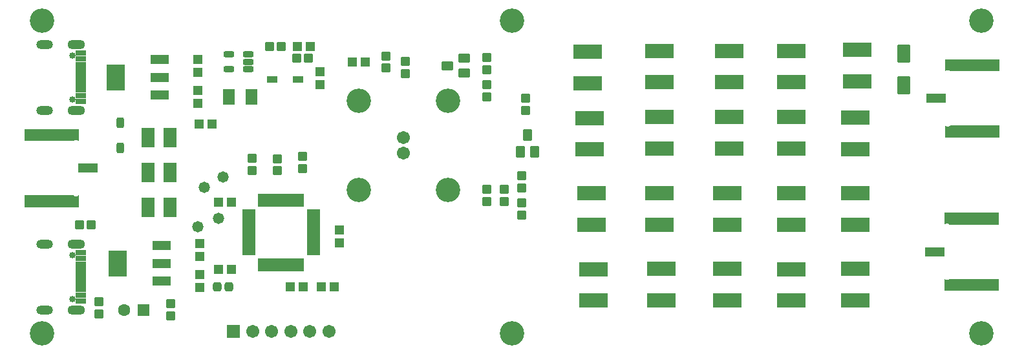
<source format=gbr>
%TF.GenerationSoftware,Altium Limited,Altium Designer,23.4.1 (23)*%
G04 Layer_Color=8388736*
%FSLAX45Y45*%
%MOMM*%
%TF.SameCoordinates,576A2805-CD40-4E5C-B7A3-750DB6231075*%
%TF.FilePolarity,Negative*%
%TF.FileFunction,Soldermask,Top*%
%TF.Part,Single*%
G01*
G75*
%TA.AperFunction,SMDPad,CuDef*%
%ADD55R,1.20320X1.30320*%
%ADD56R,3.71320X1.91320*%
%ADD57R,1.30320X1.20320*%
%ADD58R,1.20320X1.20320*%
%TA.AperFunction,ConnectorPad*%
%ADD59R,2.50320X1.20320*%
%TA.AperFunction,SMDPad,CuDef*%
G04:AMPARAMS|DCode=60|XSize=1.1432mm|YSize=1.2232mm|CornerRadius=0.1956mm|HoleSize=0mm|Usage=FLASHONLY|Rotation=270.000|XOffset=0mm|YOffset=0mm|HoleType=Round|Shape=RoundedRectangle|*
%AMROUNDEDRECTD60*
21,1,1.14320,0.83200,0,0,270.0*
21,1,0.75200,1.22320,0,0,270.0*
1,1,0.39120,-0.41600,-0.37600*
1,1,0.39120,-0.41600,0.37600*
1,1,0.39120,0.41600,0.37600*
1,1,0.39120,0.41600,-0.37600*
%
%ADD60ROUNDEDRECTD60*%
G04:AMPARAMS|DCode=61|XSize=1.1432mm|YSize=1.2232mm|CornerRadius=0.1956mm|HoleSize=0mm|Usage=FLASHONLY|Rotation=180.000|XOffset=0mm|YOffset=0mm|HoleType=Round|Shape=RoundedRectangle|*
%AMROUNDEDRECTD61*
21,1,1.14320,0.83200,0,0,180.0*
21,1,0.75200,1.22320,0,0,180.0*
1,1,0.39120,-0.37600,0.41600*
1,1,0.39120,0.37600,0.41600*
1,1,0.39120,0.37600,-0.41600*
1,1,0.39120,-0.37600,-0.41600*
%
%ADD61ROUNDEDRECTD61*%
G04:AMPARAMS|DCode=62|XSize=1.2032mm|YSize=1.6032mm|CornerRadius=0.2516mm|HoleSize=0mm|Usage=FLASHONLY|Rotation=90.000|XOffset=0mm|YOffset=0mm|HoleType=Round|Shape=RoundedRectangle|*
%AMROUNDEDRECTD62*
21,1,1.20320,1.10000,0,0,90.0*
21,1,0.70000,1.60320,0,0,90.0*
1,1,0.50320,0.55000,0.35000*
1,1,0.50320,0.55000,-0.35000*
1,1,0.50320,-0.55000,-0.35000*
1,1,0.50320,-0.55000,0.35000*
%
%ADD62ROUNDEDRECTD62*%
%ADD63R,1.80320X2.60320*%
%ADD64C,1.47320*%
%ADD65R,1.35320X0.50320*%
%ADD66R,1.35320X0.80320*%
%ADD67R,2.35320X1.15320*%
%ADD68R,2.35320X3.45320*%
G04:AMPARAMS|DCode=69|XSize=1.2032mm|YSize=1.6032mm|CornerRadius=0.2516mm|HoleSize=0mm|Usage=FLASHONLY|Rotation=0.000|XOffset=0mm|YOffset=0mm|HoleType=Round|Shape=RoundedRectangle|*
%AMROUNDEDRECTD69*
21,1,1.20320,1.10000,0,0,0.0*
21,1,0.70000,1.60320,0,0,0.0*
1,1,0.50320,0.35000,-0.55000*
1,1,0.50320,-0.35000,-0.55000*
1,1,0.50320,-0.35000,0.55000*
1,1,0.50320,0.35000,0.55000*
%
%ADD69ROUNDEDRECTD69*%
G04:AMPARAMS|DCode=70|XSize=1.4132mm|YSize=0.9332mm|CornerRadius=0.19285mm|HoleSize=0mm|Usage=FLASHONLY|Rotation=90.000|XOffset=0mm|YOffset=0mm|HoleType=Round|Shape=RoundedRectangle|*
%AMROUNDEDRECTD70*
21,1,1.41320,0.54750,0,0,90.0*
21,1,1.02750,0.93320,0,0,90.0*
1,1,0.38570,0.27375,0.51375*
1,1,0.38570,0.27375,-0.51375*
1,1,0.38570,-0.27375,-0.51375*
1,1,0.38570,-0.27375,0.51375*
%
%ADD70ROUNDEDRECTD70*%
G04:AMPARAMS|DCode=71|XSize=1.1032mm|YSize=1.1732mm|CornerRadius=0.2366mm|HoleSize=0mm|Usage=FLASHONLY|Rotation=0.000|XOffset=0mm|YOffset=0mm|HoleType=Round|Shape=RoundedRectangle|*
%AMROUNDEDRECTD71*
21,1,1.10320,0.70000,0,0,0.0*
21,1,0.63000,1.17320,0,0,0.0*
1,1,0.47320,0.31500,-0.35000*
1,1,0.47320,-0.31500,-0.35000*
1,1,0.47320,-0.31500,0.35000*
1,1,0.47320,0.31500,0.35000*
%
%ADD71ROUNDEDRECTD71*%
%ADD72R,1.67820X0.50320*%
%ADD73R,0.50320X1.67820*%
%ADD74R,1.41320X0.92320*%
%ADD75R,1.61320X2.11320*%
G04:AMPARAMS|DCode=76|XSize=1.4132mm|YSize=0.7932mm|CornerRadius=0.2491mm|HoleSize=0mm|Usage=FLASHONLY|Rotation=180.000|XOffset=0mm|YOffset=0mm|HoleType=Round|Shape=RoundedRectangle|*
%AMROUNDEDRECTD76*
21,1,1.41320,0.29500,0,0,180.0*
21,1,0.91500,0.79320,0,0,180.0*
1,1,0.49820,-0.45750,0.14750*
1,1,0.49820,0.45750,0.14750*
1,1,0.49820,0.45750,-0.14750*
1,1,0.49820,-0.45750,-0.14750*
%
%ADD76ROUNDEDRECTD76*%
G04:AMPARAMS|DCode=77|XSize=2.4132mm|YSize=1.7332mm|CornerRadius=0.21635mm|HoleSize=0mm|Usage=FLASHONLY|Rotation=270.000|XOffset=0mm|YOffset=0mm|HoleType=Round|Shape=RoundedRectangle|*
%AMROUNDEDRECTD77*
21,1,2.41320,1.30050,0,0,270.0*
21,1,1.98050,1.73320,0,0,270.0*
1,1,0.43270,-0.65025,-0.99025*
1,1,0.43270,-0.65025,0.99025*
1,1,0.43270,0.65025,0.99025*
1,1,0.43270,0.65025,-0.99025*
%
%ADD77ROUNDEDRECTD77*%
%TA.AperFunction,ComponentPad*%
%ADD78C,3.20320*%
%ADD79C,1.70320*%
%TA.AperFunction,ViaPad*%
%ADD80C,3.20320*%
%TA.AperFunction,ComponentPad*%
%ADD81C,0.85320*%
%ADD82O,2.30320X1.25320*%
%ADD83O,2.20320X1.20320*%
%ADD84C,1.71120*%
%ADD85R,1.71120X1.71120*%
%ADD86C,1.60020*%
%ADD87R,1.60020X1.60020*%
G36*
X12786400Y3634800D02*
X12137900D01*
Y3635300D01*
X12137400Y3635900D01*
X12136700Y3636600D01*
X12136000Y3637400D01*
X12135200Y3638100D01*
X12134500Y3638800D01*
X12133700Y3639500D01*
X12132900Y3640100D01*
X12132100Y3640800D01*
X12131300Y3641400D01*
X12130500Y3642000D01*
X12129600Y3642600D01*
X12128800Y3643200D01*
X12127900Y3643700D01*
X12127000Y3644300D01*
X12126100Y3644800D01*
X12125200Y3645300D01*
X12124300Y3645700D01*
X12123400Y3646200D01*
X12122500Y3646600D01*
X12121500Y3647000D01*
X12120600Y3647400D01*
X12119600Y3647700D01*
X12118600Y3648100D01*
X12117600Y3648400D01*
X12116700Y3648700D01*
X12115700Y3648900D01*
X12114700Y3649200D01*
X12113700Y3649400D01*
X12112700Y3649600D01*
X12111400Y3649800D01*
X12110000Y3649700D01*
X12108700Y3649600D01*
X12107400Y3649400D01*
X12106100Y3649200D01*
X12104800Y3649000D01*
X12103600Y3648700D01*
X12102300Y3648400D01*
X12101000Y3648100D01*
X12099800Y3647800D01*
X12098500Y3647400D01*
X12097300Y3647000D01*
X12096100Y3646600D01*
X12094800Y3646100D01*
X12093600Y3645600D01*
X12092400Y3645100D01*
X12091200Y3644500D01*
X12090100Y3644000D01*
X12088900Y3643400D01*
X12087800Y3642800D01*
X12086700Y3642100D01*
X12085500Y3641400D01*
X12084400Y3640700D01*
X12083400Y3640000D01*
X12082300Y3639200D01*
X12081300Y3638500D01*
X12080200Y3637700D01*
X12079200Y3636800D01*
X12078200Y3636000D01*
X12077300Y3635100D01*
X12076400Y3634300D01*
Y3788800D01*
X12786400D01*
Y3634800D01*
D02*
G37*
G36*
X12077300Y2922500D02*
X12078200Y2921600D01*
X12079200Y2920800D01*
X12080200Y2919900D01*
X12081300Y2919100D01*
X12082300Y2918400D01*
X12083400Y2917600D01*
X12084400Y2916900D01*
X12085500Y2916200D01*
X12086700Y2915500D01*
X12087800Y2914800D01*
X12088900Y2914200D01*
X12090100Y2913600D01*
X12091200Y2913100D01*
X12092400Y2912500D01*
X12093600Y2912000D01*
X12094800Y2911500D01*
X12096100Y2911000D01*
X12097300Y2910600D01*
X12098500Y2910200D01*
X12099800Y2909800D01*
X12101000Y2909500D01*
X12102300Y2909200D01*
X12103600Y2908900D01*
X12104800Y2908600D01*
X12106100Y2908400D01*
X12107400Y2908200D01*
X12108700Y2908000D01*
X12110000Y2907900D01*
X12111400Y2907800D01*
X12112700Y2908000D01*
X12113700Y2908200D01*
X12114700Y2908400D01*
X12115700Y2908700D01*
X12116700Y2908900D01*
X12117600Y2909200D01*
X12118600Y2909500D01*
X12119600Y2909900D01*
X12120600Y2910200D01*
X12121500Y2910600D01*
X12122500Y2911000D01*
X12123400Y2911400D01*
X12124300Y2911900D01*
X12125200Y2912300D01*
X12126100Y2912800D01*
X12127000Y2913300D01*
X12127900Y2913900D01*
X12128800Y2914400D01*
X12129600Y2915000D01*
X12130500Y2915600D01*
X12131300Y2916200D01*
X12132100Y2916800D01*
X12132900Y2917500D01*
X12133700Y2918100D01*
X12134500Y2918800D01*
X12135200Y2919500D01*
X12136000Y2920200D01*
X12136700Y2921000D01*
X12137400Y2921700D01*
X12137900Y2922300D01*
Y2922800D01*
X12786400D01*
Y2768800D01*
X12076400D01*
Y2923300D01*
X12077300Y2922500D01*
D02*
G37*
G36*
X725200Y2719900D02*
X724300Y2720700D01*
X723400Y2721600D01*
X722400Y2722400D01*
X721400Y2723300D01*
X720300Y2724100D01*
X719300Y2724800D01*
X718200Y2725600D01*
X717200Y2726300D01*
X716100Y2727000D01*
X714900Y2727700D01*
X713800Y2728400D01*
X712700Y2729000D01*
X711500Y2729600D01*
X710400Y2730100D01*
X709200Y2730700D01*
X708000Y2731200D01*
X706800Y2731700D01*
X705500Y2732200D01*
X704300Y2732600D01*
X703100Y2733000D01*
X701800Y2733400D01*
X700600Y2733700D01*
X699300Y2734000D01*
X698000Y2734300D01*
X696800Y2734600D01*
X695500Y2734800D01*
X694200Y2735000D01*
X692900Y2735200D01*
X691600Y2735300D01*
X690200Y2735400D01*
X688900Y2735200D01*
X687900Y2735000D01*
X686900Y2734800D01*
X685900Y2734500D01*
X684900Y2734300D01*
X684000Y2734000D01*
X683000Y2733700D01*
X682000Y2733300D01*
X681000Y2733000D01*
X680100Y2732600D01*
X679100Y2732200D01*
X678200Y2731800D01*
X677300Y2731300D01*
X676400Y2730900D01*
X675500Y2730400D01*
X674600Y2729900D01*
X673700Y2729300D01*
X672800Y2728800D01*
X672000Y2728200D01*
X671100Y2727600D01*
X670300Y2727000D01*
X669500Y2726400D01*
X668700Y2725700D01*
X667900Y2725100D01*
X667100Y2724400D01*
X666400Y2723700D01*
X665600Y2723000D01*
X664900Y2722200D01*
X664200Y2721500D01*
X663700Y2720900D01*
Y2720400D01*
X15200D01*
Y2874400D01*
X725200D01*
Y2719900D01*
D02*
G37*
G36*
Y1854400D02*
X15200D01*
Y2008400D01*
X663700D01*
Y2007900D01*
X664200Y2007300D01*
X664900Y2006600D01*
X665600Y2005800D01*
X666400Y2005100D01*
X667100Y2004400D01*
X667900Y2003700D01*
X668700Y2003100D01*
X669500Y2002400D01*
X670300Y2001800D01*
X671100Y2001200D01*
X672000Y2000600D01*
X672800Y2000000D01*
X673700Y1999500D01*
X674600Y1998900D01*
X675500Y1998400D01*
X676400Y1997900D01*
X677300Y1997500D01*
X678200Y1997000D01*
X679100Y1996600D01*
X680100Y1996200D01*
X681000Y1995800D01*
X682000Y1995500D01*
X683000Y1995100D01*
X684000Y1994800D01*
X684900Y1994500D01*
X685900Y1994300D01*
X686900Y1994000D01*
X687900Y1993800D01*
X688900Y1993600D01*
X690200Y1993400D01*
X691600Y1993500D01*
X692900Y1993600D01*
X694200Y1993800D01*
X695500Y1994000D01*
X696800Y1994200D01*
X698000Y1994500D01*
X699300Y1994800D01*
X700600Y1995100D01*
X701800Y1995400D01*
X703100Y1995800D01*
X704300Y1996200D01*
X705500Y1996600D01*
X706800Y1997100D01*
X708000Y1997600D01*
X709200Y1998100D01*
X710400Y1998700D01*
X711500Y1999200D01*
X712700Y1999800D01*
X713800Y2000400D01*
X714900Y2001100D01*
X716100Y2001800D01*
X717200Y2002500D01*
X718200Y2003200D01*
X719300Y2004000D01*
X720300Y2004700D01*
X721400Y2005500D01*
X722400Y2006400D01*
X723400Y2007200D01*
X724300Y2008100D01*
X725200Y2008900D01*
Y1854400D01*
D02*
G37*
G36*
X12776200Y1626000D02*
X12127700D01*
Y1626500D01*
X12127200Y1627100D01*
X12126500Y1627800D01*
X12125800Y1628600D01*
X12125000Y1629300D01*
X12124300Y1630000D01*
X12123500Y1630700D01*
X12122700Y1631300D01*
X12121900Y1632000D01*
X12121100Y1632600D01*
X12120300Y1633200D01*
X12119400Y1633800D01*
X12118600Y1634400D01*
X12117700Y1634900D01*
X12116800Y1635500D01*
X12115900Y1636000D01*
X12115000Y1636500D01*
X12114100Y1636900D01*
X12113200Y1637400D01*
X12112300Y1637800D01*
X12111300Y1638200D01*
X12110400Y1638600D01*
X12109400Y1638900D01*
X12108400Y1639300D01*
X12107400Y1639600D01*
X12106500Y1639900D01*
X12105500Y1640100D01*
X12104500Y1640400D01*
X12103500Y1640600D01*
X12102500Y1640800D01*
X12101200Y1641000D01*
X12099800Y1640900D01*
X12098500Y1640800D01*
X12097200Y1640600D01*
X12095900Y1640400D01*
X12094600Y1640200D01*
X12093400Y1639900D01*
X12092100Y1639600D01*
X12090800Y1639300D01*
X12089600Y1639000D01*
X12088300Y1638600D01*
X12087100Y1638200D01*
X12085900Y1637800D01*
X12084600Y1637300D01*
X12083400Y1636800D01*
X12082200Y1636300D01*
X12081000Y1635700D01*
X12079900Y1635200D01*
X12078700Y1634600D01*
X12077600Y1634000D01*
X12076500Y1633300D01*
X12075300Y1632600D01*
X12074200Y1631900D01*
X12073200Y1631200D01*
X12072100Y1630400D01*
X12071100Y1629700D01*
X12070000Y1628900D01*
X12069000Y1628000D01*
X12068000Y1627200D01*
X12067100Y1626300D01*
X12066200Y1625500D01*
Y1780000D01*
X12776200D01*
Y1626000D01*
D02*
G37*
G36*
X12067100Y913700D02*
X12068000Y912800D01*
X12069000Y912000D01*
X12070000Y911100D01*
X12071100Y910300D01*
X12072100Y909600D01*
X12073200Y908800D01*
X12074200Y908100D01*
X12075300Y907400D01*
X12076500Y906700D01*
X12077600Y906000D01*
X12078700Y905400D01*
X12079900Y904800D01*
X12081000Y904300D01*
X12082200Y903700D01*
X12083400Y903200D01*
X12084600Y902700D01*
X12085900Y902200D01*
X12087100Y901800D01*
X12088300Y901400D01*
X12089600Y901000D01*
X12090800Y900700D01*
X12092100Y900400D01*
X12093400Y900100D01*
X12094600Y899800D01*
X12095900Y899600D01*
X12097200Y899400D01*
X12098500Y899200D01*
X12099800Y899100D01*
X12101200Y899000D01*
X12102500Y899200D01*
X12103500Y899400D01*
X12104500Y899600D01*
X12105500Y899900D01*
X12106500Y900100D01*
X12107400Y900400D01*
X12108400Y900700D01*
X12109400Y901100D01*
X12110400Y901400D01*
X12111300Y901800D01*
X12112300Y902200D01*
X12113200Y902600D01*
X12114100Y903100D01*
X12115000Y903500D01*
X12115900Y904000D01*
X12116800Y904500D01*
X12117700Y905100D01*
X12118600Y905600D01*
X12119400Y906200D01*
X12120300Y906800D01*
X12121100Y907400D01*
X12121900Y908000D01*
X12122700Y908700D01*
X12123500Y909300D01*
X12124300Y910000D01*
X12125000Y910700D01*
X12125800Y911400D01*
X12126500Y912200D01*
X12127200Y912900D01*
X12127700Y913500D01*
Y914000D01*
X12776200D01*
Y760000D01*
X12066200D01*
Y914500D01*
X12067100Y913700D01*
D02*
G37*
D55*
X4141000Y1551401D02*
D03*
Y1381400D02*
D03*
X3886200Y3462200D02*
D03*
Y3632200D02*
D03*
X2311400Y1210400D02*
D03*
Y1380400D02*
D03*
X2286000Y3793400D02*
D03*
Y3623400D02*
D03*
Y3387000D02*
D03*
Y3217000D02*
D03*
X2311400Y974000D02*
D03*
Y804000D02*
D03*
D56*
X10058400Y2033800D02*
D03*
Y1623800D02*
D03*
X7467600Y627800D02*
D03*
Y1037800D02*
D03*
X10058400Y1041400D02*
D03*
Y631400D02*
D03*
X10896600Y1043200D02*
D03*
Y633200D02*
D03*
X9220200Y1043200D02*
D03*
Y633200D02*
D03*
X8356600Y1043200D02*
D03*
Y633200D02*
D03*
X10896600Y1623800D02*
D03*
Y2033800D02*
D03*
X9220200Y1623800D02*
D03*
Y2033800D02*
D03*
X8331200Y1623800D02*
D03*
Y2033800D02*
D03*
X7442200Y1623800D02*
D03*
Y2033800D02*
D03*
X10896600Y3024400D02*
D03*
Y2614400D02*
D03*
X10058400Y3034400D02*
D03*
Y2624400D02*
D03*
X9245600Y3034400D02*
D03*
Y2624400D02*
D03*
X8331200Y3034400D02*
D03*
Y2624400D02*
D03*
X7416800Y3019000D02*
D03*
Y2609000D02*
D03*
X10922000Y3503400D02*
D03*
Y3913400D02*
D03*
X10058400Y3493400D02*
D03*
Y3903400D02*
D03*
X9245600Y3493400D02*
D03*
Y3903400D02*
D03*
X8331200Y3493400D02*
D03*
Y3903400D02*
D03*
X7391400Y3478000D02*
D03*
Y3888000D02*
D03*
D57*
X2725000Y1920000D02*
D03*
X2555000D02*
D03*
X4479200Y3759200D02*
D03*
X4309200D02*
D03*
X4072800Y812800D02*
D03*
X3902800D02*
D03*
X3496400D02*
D03*
X3666400D02*
D03*
X2726600Y1041400D02*
D03*
X2556600D02*
D03*
X2472600Y2946400D02*
D03*
X2302600D02*
D03*
X3759200Y3962400D02*
D03*
X3589200D02*
D03*
D58*
X12461200Y1704000D02*
D03*
Y836000D02*
D03*
X12471400Y3712800D02*
D03*
Y2844800D02*
D03*
X330200Y2798400D02*
D03*
Y1930400D02*
D03*
D59*
X11941200Y1270000D02*
D03*
X11951400Y3278800D02*
D03*
X850200Y2364400D02*
D03*
D60*
X4749800Y3836400D02*
D03*
Y3678400D02*
D03*
X5003800Y3762000D02*
D03*
Y3604000D02*
D03*
X6527800Y1749800D02*
D03*
Y1907800D02*
D03*
X6299200Y1927600D02*
D03*
Y2085600D02*
D03*
X6070600D02*
D03*
Y1927600D02*
D03*
X6527800Y2105400D02*
D03*
Y2263400D02*
D03*
X6578600Y3121400D02*
D03*
Y3279400D02*
D03*
X6070600Y3812800D02*
D03*
Y3654800D02*
D03*
Y3299200D02*
D03*
Y3457200D02*
D03*
X990600Y612400D02*
D03*
Y454400D02*
D03*
X1930400Y587000D02*
D03*
Y429000D02*
D03*
X2997200Y2334000D02*
D03*
Y2492000D02*
D03*
X3327400Y2332200D02*
D03*
Y2490200D02*
D03*
X3657600Y2359400D02*
D03*
Y2517400D02*
D03*
D61*
X3381000Y3962400D02*
D03*
X3223000D02*
D03*
X3578600Y3810000D02*
D03*
X3736600D02*
D03*
X891800Y1625600D02*
D03*
X733800D02*
D03*
D62*
X5774200Y3613400D02*
D03*
Y3803400D02*
D03*
X5554200Y3708400D02*
D03*
D63*
X1635500Y1854200D02*
D03*
X1920500D02*
D03*
X1635500Y2311400D02*
D03*
X1920500D02*
D03*
Y2768600D02*
D03*
X1635500D02*
D03*
D64*
X2560000Y1710000D02*
D03*
X2370000Y2110000D02*
D03*
X2620000Y2250000D02*
D03*
X2286000Y1600200D02*
D03*
D65*
X754900Y1114800D02*
D03*
Y1064800D02*
D03*
Y1014800D02*
D03*
Y764800D02*
D03*
Y814800D02*
D03*
Y864800D02*
D03*
Y964800D02*
D03*
Y914800D02*
D03*
Y3731000D02*
D03*
Y3681000D02*
D03*
Y3631000D02*
D03*
Y3381000D02*
D03*
Y3431000D02*
D03*
Y3481000D02*
D03*
Y3581000D02*
D03*
Y3531000D02*
D03*
D66*
Y699800D02*
D03*
Y1179800D02*
D03*
Y619800D02*
D03*
Y1259800D02*
D03*
Y3316000D02*
D03*
Y3796000D02*
D03*
Y3236000D02*
D03*
Y3876000D02*
D03*
D67*
X1814000Y887600D02*
D03*
Y1117600D02*
D03*
Y1347600D02*
D03*
X1788600Y3326000D02*
D03*
Y3556000D02*
D03*
Y3786000D02*
D03*
D68*
X1234000Y1117600D02*
D03*
X1208600Y3556000D02*
D03*
D69*
X6509000Y2582400D02*
D03*
X6699000D02*
D03*
X6604000Y2802400D02*
D03*
D70*
X1270000Y2962000D02*
D03*
Y2626000D02*
D03*
D71*
X2537700Y812800D02*
D03*
X2694700D02*
D03*
D72*
X3802000Y1249000D02*
D03*
Y1299000D02*
D03*
Y1349000D02*
D03*
Y1399000D02*
D03*
Y1449000D02*
D03*
Y1499000D02*
D03*
Y1549000D02*
D03*
Y1599000D02*
D03*
Y1649000D02*
D03*
Y1699000D02*
D03*
Y1749000D02*
D03*
Y1799000D02*
D03*
X2954400D02*
D03*
Y1749000D02*
D03*
Y1699000D02*
D03*
Y1649000D02*
D03*
Y1599000D02*
D03*
Y1549000D02*
D03*
Y1499000D02*
D03*
Y1449000D02*
D03*
Y1399000D02*
D03*
Y1349000D02*
D03*
Y1299000D02*
D03*
Y1249000D02*
D03*
D73*
X3653200Y1947800D02*
D03*
X3603200D02*
D03*
X3553200D02*
D03*
X3503200D02*
D03*
X3453200D02*
D03*
X3403200D02*
D03*
X3353200D02*
D03*
X3303200D02*
D03*
X3253200D02*
D03*
X3203200D02*
D03*
X3153200D02*
D03*
X3103200D02*
D03*
Y1100200D02*
D03*
X3153200D02*
D03*
X3203200D02*
D03*
X3253200D02*
D03*
X3303200D02*
D03*
X3353200D02*
D03*
X3403200D02*
D03*
X3453200D02*
D03*
X3503200D02*
D03*
X3553200D02*
D03*
X3603200D02*
D03*
X3653200D02*
D03*
D74*
X3597000Y3530600D02*
D03*
X3261000D02*
D03*
D75*
X2993400Y3302000D02*
D03*
X2692400D02*
D03*
D76*
X2944900Y3664200D02*
D03*
Y3759200D02*
D03*
Y3854200D02*
D03*
X2693900D02*
D03*
Y3664200D02*
D03*
D77*
X11531600Y3862600D02*
D03*
Y3452600D02*
D03*
D78*
X4395400Y2082400D02*
D03*
Y3249400D02*
D03*
X5562400Y2082400D02*
D03*
Y3249400D02*
D03*
D79*
X4978400Y2766400D02*
D03*
Y2565400D02*
D03*
D80*
X6400000Y4300000D02*
D03*
Y200000D02*
D03*
X250000Y4300000D02*
D03*
X12550000Y200000D02*
D03*
X250000D02*
D03*
X12550000Y4300000D02*
D03*
D81*
X647400Y1228800D02*
D03*
Y650800D02*
D03*
Y3845000D02*
D03*
Y3267000D02*
D03*
D82*
X697400Y507800D02*
D03*
Y1371800D02*
D03*
Y3124000D02*
D03*
Y3988000D02*
D03*
D83*
X279400Y507800D02*
D03*
Y1371800D02*
D03*
Y3124000D02*
D03*
Y3988000D02*
D03*
D84*
X4005200Y228600D02*
D03*
X3755200D02*
D03*
X3505200D02*
D03*
X3255200D02*
D03*
X3005200D02*
D03*
D85*
X2755200D02*
D03*
D86*
X1320800Y508000D02*
D03*
D87*
X1574800D02*
D03*
%TF.MD5,83448c21310faa0134eb8110332e9079*%
M02*

</source>
